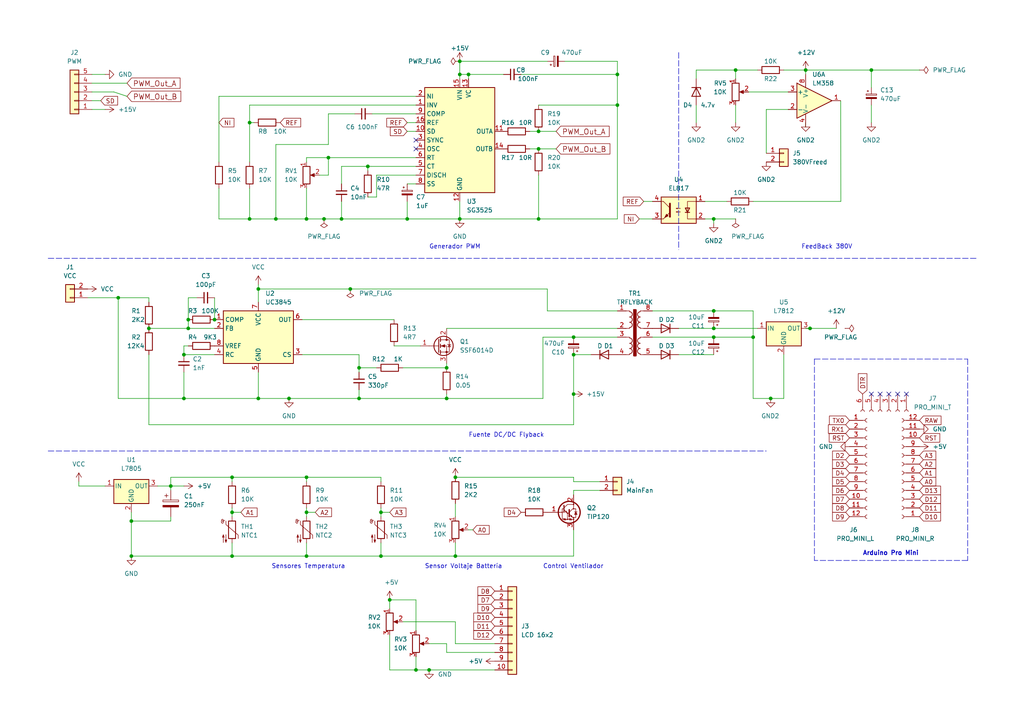
<source format=kicad_sch>
(kicad_sch (version 20211123) (generator eeschema)
  (paper "A4")
  (junction (at 156.21 63.5))
  (junction (at 53.34 115.57))
  (junction (at 104.14 106.68))
  (junction (at 133.35 63.5))
  (junction (at 135.89 21.59))
  (junction (at 110.49 161.29))
  (junction (at 67.31 161.29))
  (junction (at 72.39 63.5))
  (junction (at 88.9 63.5))
  (junction (at 156.21 38.1))
  (junction (at 124.46 194.31))
  (junction (at 110.49 148.59))
  (junction (at 88.9 138.43))
  (junction (at 72.39 35.56))
  (junction (at 54.61 92.71))
  (junction (at 38.1 161.29))
  (junction (at 207.01 97.79))
  (junction (at 132.08 161.29))
  (junction (at 49.53 140.97))
  (junction (at 129.54 115.57))
  (junction (at 156.21 43.18))
  (junction (at 118.11 63.5))
  (junction (at 80.01 63.5))
  (junction (at 101.6 83.82))
  (junction (at 179.07 21.59))
  (junction (at 104.14 115.57))
  (junction (at 207.01 95.25))
  (junction (at 233.68 20.32))
  (junction (at 166.37 114.3))
  (junction (at 207.01 63.5))
  (junction (at 88.9 148.59))
  (junction (at 129.54 106.68))
  (junction (at 67.31 148.59))
  (junction (at 38.1 151.13))
  (junction (at 54.61 95.25))
  (junction (at 43.18 95.25))
  (junction (at 106.68 48.26))
  (junction (at 74.93 83.82))
  (junction (at 83.82 115.57))
  (junction (at 166.37 102.87))
  (junction (at 252.73 20.32))
  (junction (at 179.07 30.48))
  (junction (at 62.23 92.71))
  (junction (at 133.35 17.78))
  (junction (at 88.9 161.29))
  (junction (at 74.93 115.57))
  (junction (at 132.08 138.43))
  (junction (at 166.37 97.79))
  (junction (at 113.03 173.99))
  (junction (at 95.25 45.72))
  (junction (at 213.36 20.32))
  (junction (at 53.34 102.87))
  (junction (at 67.31 138.43))
  (junction (at 133.35 21.59))
  (junction (at 99.06 63.5))
  (junction (at 223.52 115.57))
  (junction (at 234.95 95.25))
  (junction (at 120.65 194.31))
  (junction (at 218.44 97.79))
  (junction (at 93.98 63.5))
  (junction (at 207.01 90.17))
  (junction (at 34.29 86.36))
  (no_connect (at 257.81 114.3))
  (no_connect (at 252.73 114.3))
  (no_connect (at 262.89 114.3))
  (no_connect (at 120.65 43.18))
  (no_connect (at 255.27 114.3))
  (no_connect (at 120.65 40.64))
  (no_connect (at 260.35 114.3))
  (wire (pts (xy 109.22 50.8) (xy 109.22 57.15)))
  (wire (pts (xy 26.67 21.59) (xy 30.48 21.59)))
  (wire (pts (xy 43.18 95.25) (xy 54.61 95.25)))
  (wire (pts (xy 204.47 63.5) (xy 207.01 63.5)))
  (wire (pts (xy 118.11 53.34) (xy 120.65 53.34)))
  (wire (pts (xy 38.1 151.13) (xy 49.53 151.13)))
  (wire (pts (xy 54.61 86.36) (xy 57.15 86.36)))
  (wire (pts (xy 88.9 148.59) (xy 88.9 149.86)))
  (wire (pts (xy 222.25 31.75) (xy 222.25 44.45)))
  (wire (pts (xy 158.75 90.17) (xy 179.07 90.17)))
  (wire (pts (xy 63.5 63.5) (xy 72.39 63.5)))
  (wire (pts (xy 243.8838 58.42) (xy 218.44 58.42)))
  (wire (pts (xy 156.21 50.8) (xy 156.21 63.5)))
  (wire (pts (xy 54.61 95.25) (xy 62.23 95.25)))
  (wire (pts (xy 49.53 138.43) (xy 49.53 140.97)))
  (wire (pts (xy 166.37 153.67) (xy 166.37 161.29)))
  (wire (pts (xy 166.37 102.87) (xy 171.45 102.87)))
  (wire (pts (xy 87.63 92.71) (xy 114.3 92.71)))
  (wire (pts (xy 88.9 45.72) (xy 95.25 45.72)))
  (wire (pts (xy 88.9 157.48) (xy 88.9 161.29)))
  (wire (pts (xy 95.25 50.8) (xy 92.71 50.8)))
  (wire (pts (xy 74.93 107.95) (xy 74.93 115.57)))
  (wire (pts (xy 204.47 58.42) (xy 210.82 58.42)))
  (wire (pts (xy 54.61 92.71) (xy 54.61 95.25)))
  (wire (pts (xy 120.65 194.31) (xy 124.46 194.31)))
  (wire (pts (xy 129.54 186.69) (xy 124.46 186.69)))
  (wire (pts (xy 121.92 100.33) (xy 114.3 100.33)))
  (polyline (pts (xy 280.67 104.14) (xy 280.67 162.56)))
  (polyline (pts (xy 196.85 15.24) (xy 196.85 72.39)))
  (polyline (pts (xy 236.22 104.14) (xy 236.22 162.56)))
  (wire (pts (xy 74.93 83.82) (xy 74.93 87.63)))
  (wire (pts (xy 118.11 63.5) (xy 118.11 58.42)))
  (wire (pts (xy 34.29 86.36) (xy 43.18 86.36)))
  (wire (pts (xy 207.01 102.87) (xy 196.85 102.87)))
  (wire (pts (xy 118.11 35.56) (xy 120.65 35.56)))
  (wire (pts (xy 104.14 102.87) (xy 104.14 106.68)))
  (wire (pts (xy 99.06 63.5) (xy 93.98 63.5)))
  (wire (pts (xy 156.21 43.18) (xy 153.67 43.18)))
  (wire (pts (xy 129.54 95.25) (xy 179.07 95.25)))
  (wire (pts (xy 233.68 35.56) (xy 233.68 36.83)))
  (wire (pts (xy 157.48 115.57) (xy 157.48 97.79)))
  (wire (pts (xy 72.39 54.61) (xy 72.39 63.5)))
  (wire (pts (xy 227.33 115.57) (xy 227.33 102.87)))
  (wire (pts (xy 49.53 142.24) (xy 49.53 140.97)))
  (wire (pts (xy 133.35 63.5) (xy 156.21 63.5)))
  (wire (pts (xy 53.34 140.97) (xy 49.53 140.97)))
  (wire (pts (xy 223.52 115.57) (xy 227.33 115.57)))
  (wire (pts (xy 233.68 95.25) (xy 234.95 95.25)))
  (wire (pts (xy 113.03 194.31) (xy 120.65 194.31)))
  (wire (pts (xy 67.31 148.59) (xy 69.85 148.59)))
  (wire (pts (xy 106.68 48.26) (xy 106.68 49.53)))
  (wire (pts (xy 83.82 115.57) (xy 104.14 115.57)))
  (wire (pts (xy 49.53 140.97) (xy 45.72 140.97)))
  (wire (pts (xy 109.22 50.8) (xy 120.65 50.8)))
  (wire (pts (xy 110.49 157.48) (xy 110.49 161.29)))
  (wire (pts (xy 166.37 114.3) (xy 166.37 123.19)))
  (wire (pts (xy 133.35 58.42) (xy 133.35 63.5)))
  (wire (pts (xy 72.39 63.5) (xy 80.01 63.5)))
  (wire (pts (xy 252.73 20.32) (xy 252.73 25.4)))
  (wire (pts (xy 53.34 115.57) (xy 74.93 115.57)))
  (wire (pts (xy 129.54 105.41) (xy 129.54 106.68)))
  (wire (pts (xy 166.37 102.87) (xy 166.37 114.3)))
  (wire (pts (xy 34.29 115.57) (xy 53.34 115.57)))
  (wire (pts (xy 88.9 138.43) (xy 88.9 139.7)))
  (wire (pts (xy 36.83 24.13) (xy 26.67 24.13)))
  (wire (pts (xy 120.65 182.88) (xy 120.65 173.99)))
  (wire (pts (xy 120.65 190.5) (xy 120.65 194.31)))
  (wire (pts (xy 109.22 57.15) (xy 106.68 57.15)))
  (wire (pts (xy 252.73 30.48) (xy 252.73 35.56)))
  (wire (pts (xy 133.35 21.59) (xy 135.89 21.59)))
  (wire (pts (xy 179.07 17.78) (xy 179.07 21.59)))
  (wire (pts (xy 218.44 90.17) (xy 207.01 90.17)))
  (wire (pts (xy 101.6 83.82) (xy 158.75 83.82)))
  (wire (pts (xy 120.65 48.26) (xy 106.68 48.26)))
  (wire (pts (xy 185.42 63.5) (xy 189.23 63.5)))
  (wire (pts (xy 132.08 161.29) (xy 166.37 161.29)))
  (wire (pts (xy 80.01 41.91) (xy 80.01 63.5)))
  (wire (pts (xy 88.9 45.72) (xy 88.9 46.99)))
  (wire (pts (xy 88.9 148.59) (xy 91.44 148.59)))
  (wire (pts (xy 118.11 63.5) (xy 133.35 63.5)))
  (wire (pts (xy 99.06 63.5) (xy 99.06 58.42)))
  (wire (pts (xy 129.54 115.57) (xy 157.48 115.57)))
  (wire (pts (xy 161.29 38.1) (xy 156.21 38.1)))
  (wire (pts (xy 158.75 90.17) (xy 158.75 83.82)))
  (wire (pts (xy 157.48 97.79) (xy 166.37 97.79)))
  (wire (pts (xy 179.07 30.48) (xy 179.07 63.5)))
  (wire (pts (xy 189.23 97.79) (xy 207.01 97.79)))
  (wire (pts (xy 63.5 27.94) (xy 63.5 46.99)))
  (wire (pts (xy 88.9 161.29) (xy 110.49 161.29)))
  (wire (pts (xy 72.39 30.48) (xy 72.39 35.56)))
  (wire (pts (xy 179.07 21.59) (xy 179.07 30.48)))
  (wire (pts (xy 143.51 189.23) (xy 129.54 189.23)))
  (wire (pts (xy 218.44 115.57) (xy 223.52 115.57)))
  (wire (pts (xy 95.25 33.02) (xy 95.25 41.91)))
  (wire (pts (xy 62.23 86.36) (xy 62.23 92.71)))
  (wire (pts (xy 113.03 173.99) (xy 113.03 176.53)))
  (wire (pts (xy 110.49 148.59) (xy 110.49 149.86)))
  (wire (pts (xy 99.06 63.5) (xy 118.11 63.5)))
  (polyline (pts (xy 280.67 162.56) (xy 236.22 162.56)))
  (wire (pts (xy 118.11 38.1) (xy 120.65 38.1)))
  (wire (pts (xy 116.84 106.68) (xy 129.54 106.68)))
  (wire (pts (xy 62.23 102.87) (xy 53.34 102.87)))
  (wire (pts (xy 104.14 113.03) (xy 104.14 115.57)))
  (wire (pts (xy 233.68 20.32) (xy 233.68 21.59)))
  (wire (pts (xy 163.83 17.78) (xy 179.07 17.78)))
  (wire (pts (xy 67.31 147.32) (xy 67.31 148.59)))
  (wire (pts (xy 49.53 149.86) (xy 49.53 151.13)))
  (wire (pts (xy 93.98 63.5) (xy 88.9 63.5)))
  (wire (pts (xy 233.68 20.32) (xy 252.73 20.32)))
  (wire (pts (xy 110.49 148.59) (xy 113.03 148.59)))
  (wire (pts (xy 166.37 139.7) (xy 173.99 139.7)))
  (wire (pts (xy 74.93 115.57) (xy 83.82 115.57)))
  (wire (pts (xy 201.93 20.32) (xy 213.36 20.32)))
  (wire (pts (xy 74.93 82.55) (xy 74.93 83.82)))
  (wire (pts (xy 110.49 138.43) (xy 110.49 139.7)))
  (wire (pts (xy 218.44 115.57) (xy 218.44 97.79)))
  (wire (pts (xy 132.08 138.43) (xy 166.37 138.43)))
  (wire (pts (xy 54.61 86.36) (xy 54.61 92.71)))
  (wire (pts (xy 72.39 30.48) (xy 120.65 30.48)))
  (wire (pts (xy 213.36 35.56) (xy 213.36 30.48)))
  (wire (pts (xy 146.05 21.59) (xy 135.89 21.59)))
  (wire (pts (xy 43.18 123.19) (xy 166.37 123.19)))
  (wire (pts (xy 53.34 107.95) (xy 53.34 115.57)))
  (wire (pts (xy 207.01 95.25) (xy 219.71 95.25)))
  (wire (pts (xy 129.54 189.23) (xy 129.54 186.69)))
  (wire (pts (xy 201.93 22.86) (xy 201.93 20.32)))
  (wire (pts (xy 234.95 95.25) (xy 242.57 95.25)))
  (wire (pts (xy 99.06 48.26) (xy 106.68 48.26)))
  (wire (pts (xy 151.13 21.59) (xy 179.07 21.59)))
  (wire (pts (xy 88.9 63.5) (xy 88.9 54.61)))
  (wire (pts (xy 54.61 100.33) (xy 53.34 100.33)))
  (wire (pts (xy 133.35 21.59) (xy 133.35 22.86)))
  (wire (pts (xy 22.86 139.7) (xy 22.86 140.97)))
  (wire (pts (xy 88.9 138.43) (xy 67.31 138.43)))
  (wire (pts (xy 213.36 20.32) (xy 213.36 22.86)))
  (wire (pts (xy 104.14 106.68) (xy 104.14 107.95)))
  (wire (pts (xy 252.73 20.32) (xy 266.7 20.32)))
  (wire (pts (xy 67.31 157.48) (xy 67.31 161.29)))
  (wire (pts (xy 110.49 161.29) (xy 132.08 161.29)))
  (wire (pts (xy 201.93 30.48) (xy 201.93 35.56)))
  (wire (pts (xy 67.31 138.43) (xy 67.31 139.7)))
  (wire (pts (xy 124.46 194.31) (xy 143.51 194.31)))
  (wire (pts (xy 104.14 115.57) (xy 129.54 115.57)))
  (wire (pts (xy 74.93 83.82) (xy 101.6 83.82)))
  (wire (pts (xy 88.9 147.32) (xy 88.9 148.59)))
  (wire (pts (xy 207.01 97.79) (xy 218.44 97.79)))
  (wire (pts (xy 87.63 102.87) (xy 104.14 102.87)))
  (wire (pts (xy 166.37 97.79) (xy 179.07 97.79)))
  (wire (pts (xy 29.21 29.21) (xy 26.67 29.21)))
  (wire (pts (xy 132.08 180.34) (xy 116.84 180.34)))
  (wire (pts (xy 129.54 114.3) (xy 129.54 115.57)))
  (wire (pts (xy 120.65 173.99) (xy 113.03 173.99)))
  (polyline (pts (xy 13.97 74.93) (xy 283.21 74.93)))
  (wire (pts (xy 22.86 140.97) (xy 30.48 140.97)))
  (wire (pts (xy 207.01 63.5) (xy 207.01 64.77)))
  (wire (pts (xy 36.83 27.94) (xy 33.02 26.67)))
  (wire (pts (xy 132.08 157.48) (xy 132.08 161.29)))
  (wire (pts (xy 34.29 86.36) (xy 34.29 115.57)))
  (wire (pts (xy 186.69 58.42) (xy 189.23 58.42)))
  (wire (pts (xy 133.35 17.78) (xy 158.75 17.78)))
  (wire (pts (xy 43.18 87.63) (xy 43.18 86.36)))
  (wire (pts (xy 189.23 90.17) (xy 207.01 90.17)))
  (wire (pts (xy 38.1 151.13) (xy 38.1 161.29)))
  (wire (pts (xy 179.07 63.5) (xy 156.21 63.5)))
  (wire (pts (xy 173.99 142.24) (xy 166.37 142.24)))
  (wire (pts (xy 110.49 138.43) (xy 88.9 138.43)))
  (wire (pts (xy 132.08 186.69) (xy 132.08 180.34)))
  (wire (pts (xy 67.31 138.43) (xy 49.53 138.43)))
  (wire (pts (xy 228.6 31.75) (xy 222.25 31.75)))
  (wire (pts (xy 196.85 95.25) (xy 207.01 95.25)))
  (wire (pts (xy 135.89 21.59) (xy 135.89 22.86)))
  (wire (pts (xy 135.89 153.67) (xy 137.16 153.67)))
  (wire (pts (xy 218.44 97.79) (xy 218.44 90.17)))
  (wire (pts (xy 53.34 100.33) (xy 53.34 102.87)))
  (polyline (pts (xy 236.22 104.14) (xy 280.67 104.14)))
  (wire (pts (xy 104.14 106.68) (xy 109.22 106.68)))
  (wire (pts (xy 95.25 45.72) (xy 120.65 45.72)))
  (wire (pts (xy 95.25 45.72) (xy 95.25 50.8)))
  (wire (pts (xy 107.95 33.02) (xy 120.65 33.02)))
  (wire (pts (xy 243.84 29.21) (xy 243.8838 58.42)))
  (wire (pts (xy 95.25 41.91) (xy 80.01 41.91)))
  (wire (pts (xy 80.01 63.5) (xy 88.9 63.5)))
  (wire (pts (xy 113.03 184.15) (xy 113.03 194.31)))
  (wire (pts (xy 67.31 161.29) (xy 88.9 161.29)))
  (wire (pts (xy 33.02 26.67) (xy 26.67 26.67)))
  (wire (pts (xy 132.08 149.86) (xy 132.08 146.05)))
  (wire (pts (xy 43.18 102.87) (xy 43.18 123.19)))
  (wire (pts (xy 25.4 86.36) (xy 34.29 86.36)))
  (wire (pts (xy 227.33 20.32) (xy 233.68 20.32)))
  (wire (pts (xy 120.65 27.94) (xy 63.5 27.94)))
  (wire (pts (xy 161.29 43.18) (xy 156.21 43.18)))
  (polyline (pts (xy 13.97 130.81) (xy 222.25 130.81)))
  (wire (pts (xy 63.5 54.61) (xy 63.5 63.5)))
  (wire (pts (xy 217.17 26.67) (xy 228.6 26.67)))
  (wire (pts (xy 72.39 35.56) (xy 73.66 35.56)))
  (wire (pts (xy 26.67 31.75) (xy 30.48 31.75)))
  (wire (pts (xy 156.21 38.1) (xy 153.67 38.1)))
  (wire (pts (xy 38.1 148.59) (xy 38.1 151.13)))
  (wire (pts (xy 102.87 33.02) (xy 95.25 33.02)))
  (wire (pts (xy 133.35 17.78) (xy 133.35 21.59)))
  (wire (pts (xy 213.36 63.5) (xy 207.01 63.5)))
  (wire (pts (xy 72.39 35.56) (xy 72.39 46.99)))
  (wire (pts (xy 110.49 147.32) (xy 110.49 148.59)))
  (wire (pts (xy 166.37 138.43) (xy 166.37 139.7)))
  (wire (pts (xy 213.36 20.32) (xy 219.71 20.32)))
  (wire (pts (xy 99.06 53.34) (xy 99.06 48.26)))
  (wire (pts (xy 156.21 30.48) (xy 179.07 30.48)))
  (wire (pts (xy 166.37 142.24) (xy 166.37 143.51)))
  (wire (pts (xy 67.31 148.59) (xy 67.31 149.86)))
  (wire (pts (xy 38.1 161.29) (xy 67.31 161.29)))
  (wire (pts (xy 143.51 186.69) (xy 132.08 186.69)))
  (text "FeedBack 380V" (at 232.41 72.39 0) (effects (font (size 1.27 1.27)) (justify left bottom)))
  (text "Sensores Temperatura" (at 78.74 165.1 0) (effects (font (size 1.27 1.27)) (justify left bottom)))
  (text "Generador PWM" (at 124.46 72.39 0) (effects (font (size 1.27 1.27)) (justify left bottom)))
  (text "Arduino Pro Mini" (at 250.19 161.29 0) (effects (font (size 1.27 1.27) (thickness 0.254) bold) (justify left bottom)))
  (text "Control Ventilador" (at 157.48 165.1 0) (effects (font (size 1.27 1.27)) (justify left bottom)))
  (text "Sensor Voltaje Battería" (at 123.19 165.1 0) (effects (font (size 1.27 1.27)) (justify left bottom)))
  (text "Fuente DC/DC Flyback" (at 135.89 127 0) (effects (font (size 1.27 1.27)) (justify left bottom)))
  (global_label "RX1" (shape input) (at 246.38 124.46 180) (property "Referencias entre hojas" "${INTERSHEET_REFS}" (effects hide)))
  (global_label "D10" (shape input) (at 266.7 149.86 0) (property "Referencias entre hojas" "${INTERSHEET_REFS}" (effects hide)))
  (global_label "A1" (shape input) (at 266.7 137.16 0) (property "Referencias entre hojas" "${INTERSHEET_REFS}" (effects hide)))
  (global_label "D11" (shape input) (at 143.51 181.61 180) (property "Referencias entre hojas" "${INTERSHEET_REFS}" (effects hide)))
  (global_label "NI" (shape input) (at 63.5 35.56 0) (property "Referencias entre hojas" "${INTERSHEET_REFS}" (effects hide)))
  (global_label "A0" (shape input) (at 266.7 139.7 0) (property "Referencias entre hojas" "${INTERSHEET_REFS}" (effects hide)))
  (global_label "D9" (shape input) (at 143.51 176.53 180) (property "Referencias entre hojas" "${INTERSHEET_REFS}" (effects hide)))
  (global_label "REF" (shape input) (at 186.69 58.42 180) (property "Intersheet References" "${INTERSHEET_REFS}" (effects hide)))
  (global_label "D9" (shape input) (at 246.38 149.86 180) (property "Referencias entre hojas" "${INTERSHEET_REFS}" (effects hide)))
  (global_label "A0" (shape input) (at 137.16 153.67 0) (property "Referencias entre hojas" "${INTERSHEET_REFS}" (effects hide)))
  (global_label "D12" (shape input) (at 266.7 144.78 0) (property "Referencias entre hojas" "${INTERSHEET_REFS}" (effects hide)))
  (global_label "REF" (shape input) (at 81.28 35.56 0) (property "Intersheet References" "${INTERSHEET_REFS}" (effects hide)))
  (global_label "RST" (shape input) (at 246.38 127 180) (property "Referencias entre hojas" "${INTERSHEET_REFS}" (effects hide)))
  (global_label "NI" (shape input) (at 185.42 63.5 180) (property "Referencias entre hojas" "${INTERSHEET_REFS}" (effects hide)))
  (global_label "D8" (shape input) (at 246.38 147.32 180) (property "Referencias entre hojas" "${INTERSHEET_REFS}" (effects hide)))
  (global_label "D3" (shape input) (at 246.38 134.62 180) (property "Referencias entre hojas" "${INTERSHEET_REFS}" (effects hide)))
  (global_label "A3" (shape input) (at 266.7 132.08 0) (property "Referencias entre hojas" "${INTERSHEET_REFS}" (effects hide)))
  (global_label "SD" (shape input) (at 29.21 29.21 0) (property "Referencias entre hojas" "${INTERSHEET_REFS}" (effects hide)))
  (global_label "PWM_Out_B" (shape input) (at 161.29 43.18 0) (effects (font (size 1.524 1.524))) (property "Referencias entre hojas" "${INTERSHEET_REFS}" (effects hide)))
  (global_label "D4" (shape input) (at 246.38 137.16 180) (property "Referencias entre hojas" "${INTERSHEET_REFS}" (effects hide)))
  (global_label "A2" (shape input) (at 91.44 148.59 0) (property "Referencias entre hojas" "${INTERSHEET_REFS}" (effects hide)))
  (global_label "D12" (shape input) (at 143.51 184.15 180) (property "Referencias entre hojas" "${INTERSHEET_REFS}" (effects hide)))
  (global_label "D6" (shape input) (at 246.38 142.24 180) (property "Referencias entre hojas" "${INTERSHEET_REFS}" (effects hide)))
  (global_label "A2" (shape input) (at 266.7 134.62 0) (property "Referencias entre hojas" "${INTERSHEET_REFS}" (effects hide)))
  (global_label "D11" (shape input) (at 266.7 147.32 0) (property "Referencias entre hojas" "${INTERSHEET_REFS}" (effects hide)))
  (global_label "PWM_Out_B" (shape input) (at 36.83 27.94 0) (effects (font (size 1.524 1.524))) (property "Referencias entre hojas" "${INTERSHEET_REFS}" (effects hide)))
  (global_label "D10" (shape input) (at 143.51 179.07 180) (property "Referencias entre hojas" "${INTERSHEET_REFS}" (effects hide)))
  (global_label "SD" (shape input) (at 118.11 38.1 180) (property "Intersheet References" "${INTERSHEET_REFS}" (effects hide)))
  (global_label "D7" (shape input) (at 246.38 144.78 180) (property "Referencias entre hojas" "${INTERSHEET_REFS}" (effects hide)))
  (global_label "RST" (shape input) (at 266.7 127 0) (property "Referencias entre hojas" "${INTERSHEET_REFS}" (effects hide)))
  (global_label "D5" (shape input) (at 246.38 139.7 180) (property "Referencias entre hojas" "${INTERSHEET_REFS}" (effects hide)))
  (global_label "D7" (shape input) (at 143.51 173.99 180) (property "Referencias entre hojas" "${INTERSHEET_REFS}" (effects hide)))
  (global_label "D8" (shape input) (at 143.51 171.45 180) (property "Referencias entre hojas" "${INTERSHEET_REFS}" (effects hide)))
  (global_label "D4" (shape input) (at 151.13 148.59 180) (property "Referencias entre hojas" "${INTERSHEET_REFS}" (effects hide)))
  (global_label "A1" (shape input) (at 69.85 148.59 0) (property "Referencias entre hojas" "${INTERSHEET_REFS}" (effects hide)))
  (global_label "TX0" (shape input) (at 246.38 121.92 180) (property "Referencias entre hojas" "${INTERSHEET_REFS}" (effects hide)))
  (global_label "D2" (shape input) (at 246.38 132.08 180) (property "Referencias entre hojas" "${INTERSHEET_REFS}" (effects hide)))
  (global_label "A3" (shape input) (at 113.03 148.59 0) (property "Referencias entre hojas" "${INTERSHEET_REFS}" (effects hide)))
  (global_label "D13" (shape input) (at 266.7 142.24 0) (property "Referencias entre hojas" "${INTERSHEET_REFS}" (effects hide)))
  (global_label "PWM_Out_A" (shape input) (at 36.83 24.13 0) (effects (font (size 1.524 1.524))) (property "Intersheet References" "${INTERSHEET_REFS}" (effects hide)))
  (global_label "DTR" (shape input) (at 250.19 114.3 90) (property "Referencias entre hojas" "${INTERSHEET_REFS}" (effects hide)))
  (global_label "REF" (shape input) (at 118.11 35.56 180) (property "Intersheet References" "${INTERSHEET_REFS}" (effects hide)))
  (global_label "PWM_Out_A" (shape input) (at 161.29 38.1 0) (effects (font (size 1.524 1.524))) (property "Referencias entre hojas" "${INTERSHEET_REFS}" (effects hide)))
  (global_label "RAW" (shape input) (at 266.7 121.92 0) (property "Referencias entre hojas" "${INTERSHEET_REFS}" (effects hide)))
  (symbol (lib_id "power:PWR_FLAG") (at 245.11 95.25 270) (unit 1)
    (property "Reference" "#FLG05" (effects hide))
    (property "Value" "PWR_FLAG" (at 243.84 97.79 90))
  )
  (symbol (lib_id "power:PWR_FLAG") (at 213.36 63.5 180) (unit 1)
    (property "Reference" "#FLG04" (effects hide))
    (property "Value" "PWR_FLAG" (at 212.09 68.58 0) (effects (justify right)))
  )
  (symbol (lib_id "Device:D_Zener") (at 201.93 26.67 270) (unit 1)
    (property "Reference" "D4" (at 198.12 30.48 90) (effects (justify left)))
    (property "Value" "4.7v" (at 203.2 30.48 90) (effects (justify left)))
    (property "Footprint" "Diode_THT:D_A-405_P7.62mm_Horizontal" (effects hide))
  )
  (symbol (lib_id "Device:R") (at 154.94 148.59 270) (unit 1)
    (property "Reference" "R18" (at 154.94 142.24 90))
    (property "Value" "10K" (at 154.94 144.78 90))
    (property "Footprint" "Resistor_THT:R_Axial_DIN0207_L6.3mm_D2.5mm_P7.62mm_Horizontal" (effects hide))
  )
  (symbol (lib_id "power:+5V") (at 266.7 129.54 270) (unit 1)
    (property "Reference" "#PWR0101" (effects hide))
    (property "Value" "+5V" (at 270.51 129.5399 90) (effects (justify left)))
  )
  (symbol (lib_id "power:+12V") (at 242.57 95.25 0) (unit 1)
    (property "Reference" "#PWR023" (effects hide))
    (property "Value" "+12V" (at 242.57 90.17 0))
  )
  (symbol (lib_id "power:VCC") (at 132.08 138.43 0) (unit 1)
    (property "Reference" "#PWR011" (effects hide))
    (property "Value" "VCC" (at 132.08 133.35 0))
  )
  (symbol (lib_id "power:GND2") (at 213.36 35.56 0) (unit 1)
    (property "Reference" "#PWR018" (effects hide))
    (property "Value" "GND2" (at 213.36 40.64 0))
  )
  (symbol (lib_id "Device:R") (at 106.68 53.34 180) (unit 1)
    (property "Reference" "R10" (at 109.22 52.0699 0) (effects (justify right)))
    (property "Value" "47R" (at 109.22 54.6099 0) (effects (justify right)))
    (property "Footprint" "Resistor_THT:R_Axial_DIN0207_L6.3mm_D2.5mm_P7.62mm_Horizontal" (effects hide))
  )
  (symbol (lib_id "power:+15V") (at 166.37 114.3 270) (unit 1)
    (property "Reference" "#PWR015" (effects hide))
    (property "Value" "+15V" (at 172.72 114.3 90))
  )
  (symbol (lib_id "Amplifier_Operational:LM358") (at 236.22 29.21 0) (unit 1)
    (property "Reference" "U6" (at 237.49 21.59 0))
    (property "Value" "LM358" (at 238.76 24.13 0))
    (property "Footprint" "Package_DIP:DIP-8_W7.62mm" (effects hide))
    (property "Datasheet" "http://www.ti.com/lit/ds/symlink/lm2904-n.pdf" (effects hide))
  )
  (symbol (lib_id "power:+15V") (at 133.35 17.78 0) (unit 1)
    (property "Reference" "#PWR012" (effects hide))
    (property "Value" "+15V" (at 133.35 13.97 0))
  )
  (symbol (lib_id "power:VCC") (at 74.93 82.55 0) (unit 1)
    (property "Reference" "#PWR07" (effects hide))
    (property "Value" "VCC" (at 74.93 77.47 0))
  )
  (symbol (lib_id "Device:R_Potentiometer") (at 213.36 26.67 0) (unit 1)
    (property "Reference" "RV5" (at 210.82 24.13 0) (effects (justify right)))
    (property "Value" "10K" (at 210.82 26.67 0) (effects (justify right)))
    (property "Footprint" "Potentiometer_THT:Potentiometer_Bourns_3296W_Vertical" (effects hide))
  )
  (symbol (lib_id "power:GND") (at 266.7 124.46 90) (unit 1)
    (property "Reference" "#PWR026" (effects hide))
    (property "Value" "GND" (at 270.51 124.4599 90) (effects (justify right)))
  )
  (symbol (lib_id "power:GND") (at 124.46 194.31 0) (mirror y) (unit 1)
    (property "Reference" "#PWR010" (effects hide))
    (property "Value" "GND" (at 127 195.5799 0) (effects (justify right)))
  )
  (symbol (lib_id "Device:D") (at 193.04 95.25 180) (unit 1)
    (property "Reference" "D2" (at 194.31 92.71 0))
    (property "Value" "D" (at 191.77 92.71 0))
    (property "Footprint" "Diode_THT:D_A-405_P7.62mm_Horizontal" (effects hide))
  )
  (symbol (lib_id "Device:R") (at 58.42 92.71 90) (unit 1)
    (property "Reference" "R3" (at 55.88 90.17 90))
    (property "Value" "100K" (at 60.96 90.17 90))
    (property "Footprint" "Resistor_THT:R_Axial_DIN0207_L6.3mm_D2.5mm_P7.62mm_Horizontal" (effects hide))
  )
  (symbol (lib_id "Device:R") (at 214.63 58.42 90) (unit 1)
    (property "Reference" "R21" (at 214.63 60.96 90))
    (property "Value" "10K" (at 214.63 55.88 90))
    (property "Footprint" "Resistor_THT:R_Axial_DIN0207_L6.3mm_D2.5mm_P7.62mm_Horizontal" (effects hide))
  )
  (symbol (lib_id "power:VCC") (at 22.86 139.7 0) (unit 1)
    (property "Reference" "#PWR01" (effects hide))
    (property "Value" "VCC" (at 22.86 134.62 0))
  )
  (symbol (lib_id "Amplifier_Operational:LM358") (at 236.22 29.21 0) (unit 3)
    (property "Reference" "U6" (effects hide))
    (property "Value" "LM358" (effects hide))
    (property "Footprint" "Package_DIP:DIP-8_W7.62mm" (effects hide))
    (property "Datasheet" "http://www.ti.com/lit/ds/symlink/lm2904-n.pdf" (effects hide))
  )
  (symbol (lib_id "power:GND") (at 30.48 21.59 90) (unit 1)
    (property "Reference" "#PWR03" (effects hide))
    (property "Value" "GND" (at 34.29 21.5899 90) (effects (justify right)))
  )
  (symbol (lib_id "Device:C_Polarized_Small") (at 207.01 92.71 180) (unit 1)
    (property "Reference" "C11" (at 204.47 94.5262 0) (effects (justify left)))
    (property "Value" "10uF" (at 204.47 91.9862 0) (effects (justify left)))
    (property "Footprint" "Capacitor_THT:CP_Radial_D5.0mm_P2.50mm" (effects hide))
  )
  (symbol (lib_id "Device:Thermistor_NTC") (at 110.49 153.67 0) (unit 1)
    (property "Reference" "TH3" (at 113.03 152.7174 0) (effects (justify left)))
    (property "Value" "NTC3" (at 113.03 155.2574 0) (effects (justify left)))
    (property "Footprint" "Connector_PinSocket_2.54mm:PinSocket_1x02_P2.54mm_Vertical" (effects hide))
  )
  (symbol (lib_id "Device:R") (at 149.86 43.18 90) (unit 1)
    (property "Reference" "R17" (at 147.32 45.72 90))
    (property "Value" "10R" (at 152.4 45.72 90))
    (property "Footprint" "Resistor_THT:R_Axial_DIN0207_L6.3mm_D2.5mm_P7.62mm_Horizontal" (effects hide))
  )
  (symbol (lib_id "Device:R") (at 67.31 143.51 0) (unit 1)
    (property "Reference" "R6" (at 69.85 142.2399 0) (effects (justify left)))
    (property "Value" "10K" (at 69.85 144.7799 0) (effects (justify left)))
    (property "Footprint" "Resistor_THT:R_Axial_DIN0207_L6.3mm_D2.5mm_P7.62mm_Horizontal" (effects hide))
  )
  (symbol (lib_id "Connector:Conn_01x06_Female") (at 257.81 119.38 270) (unit 1)
    (property "Reference" "J7" (at 270.51 115.57 90))
    (property "Value" "PRO_MINI_T" (at 270.51 118.11 90))
    (property "Footprint" "Connector_PinSocket_2.54mm:PinSocket_1x06_P2.54mm_Vertical" (effects hide))
  )
  (symbol (lib_id "Device:C_Polarized_Small") (at 252.73 27.94 0) (unit 1)
    (property "Reference" "C13" (at 255.27 26.1238 0) (effects (justify left)))
    (property "Value" "470uF" (at 255.27 28.6638 0) (effects (justify left)))
    (property "Footprint" "Capacitor_THT:CP_Radial_D4.0mm_P2.00mm" (effects hide))
  )
  (symbol (lib_id "Device:Thermistor_NTC") (at 88.9 153.67 0) (unit 1)
    (property "Reference" "TH2" (at 91.44 152.7174 0) (effects (justify left)))
    (property "Value" "NTC2" (at 91.44 155.2574 0) (effects (justify left)))
    (property "Footprint" "Connector_PinSocket_2.54mm:PinSocket_1x02_P2.54mm_Vertical" (effects hide))
  )
  (symbol (lib_id "Connector_Generic:Conn_01x10") (at 148.59 181.61 0) (unit 1)
    (property "Reference" "J3" (at 151.13 181.6099 0) (effects (justify left)))
    (property "Value" "LCD 16x2" (at 151.13 184.1499 0) (effects (justify left)))
    (property "Footprint" "Connector_PinSocket_2.54mm:PinSocket_1x10_P2.54mm_Vertical" (effects hide))
  )
  (symbol (lib_id "Regulator_Controller:UC3845_DIP8") (at 74.93 97.79 0) (unit 1)
    (property "Reference" "U2" (at 76.9494 85.09 0) (effects (justify left)))
    (property "Value" "UC3845" (at 76.9494 87.63 0) (effects (justify left)))
    (property "Footprint" "Package_DIP:DIP-8_W7.62mm" (effects hide))
    (property "Datasheet" "http://www.ti.com/lit/ds/symlink/uc3842.pdf" (effects hide))
  )
  (symbol (lib_id "Device:R") (at 43.18 91.44 0) (unit 1)
    (property "Reference" "R1" (at 38.1 90.17 0) (effects (justify left)))
    (property "Value" "2K2" (at 38.1 92.71 0) (effects (justify left)))
    (property "Footprint" "Resistor_THT:R_Axial_DIN0207_L6.3mm_D2.5mm_P7.62mm_Horizontal" (effects hide))
  )
  (symbol (lib_id "Device:D") (at 193.04 102.87 180) (unit 1)
    (property "Reference" "D3" (at 194.31 100.33 0))
    (property "Value" "D" (at 191.77 100.33 0))
    (property "Footprint" "Diode_THT:D_A-405_P7.62mm_Horizontal" (effects hide))
  )
  (symbol (lib_id "Device:R") (at 63.5 50.8 0) (unit 1)
    (property "Reference" "R5" (at 66.04 49.5299 0) (effects (justify left)))
    (property "Value" "10K" (at 66.04 52.0699 0) (effects (justify left)))
    (property "Footprint" "Resistor_THT:R_Axial_DIN0207_L6.3mm_D2.5mm_P7.62mm_Horizontal" (effects hide))
  )
  (symbol (lib_id "Device:C_Polarized_Small") (at 166.37 100.33 180) (unit 1)
    (property "Reference" "C10" (at 163.83 102.1462 0) (effects (justify left)))
    (property "Value" "470uF" (at 163.83 99.6062 0) (effects (justify left)))
    (property "Footprint" "Capacitor_THT:CP_Radial_D4.0mm_P2.00mm" (effects hide))
  )
  (symbol (lib_id "power:GND2") (at 207.01 64.77 0) (unit 1)
    (property "Reference" "#PWR017" (effects hide))
    (property "Value" "GND2" (at 207.01 69.85 0))
  )
  (symbol (lib_id "Device:R") (at 149.86 38.1 90) (unit 1)
    (property "Reference" "R16" (at 147.32 35.56 90))
    (property "Value" "10R" (at 152.4 35.56 90))
    (property "Footprint" "Resistor_THT:R_Axial_DIN0207_L6.3mm_D2.5mm_P7.62mm_Horizontal" (effects hide))
  )
  (symbol (lib_id "power:PWR_FLAG") (at 133.35 17.78 90) (unit 1)
    (property "Reference" "#FLG03" (effects hide))
    (property "Value" "PWR_FLAG" (at 123.19 17.78 90))
  )
  (symbol (lib_id "Device:R") (at 77.47 35.56 90) (unit 1)
    (property "Reference" "R8" (at 76.2 38.1 90))
    (property "Value" "10K" (at 81.28 38.1 90))
    (property "Footprint" "Resistor_THT:R_Axial_DIN0207_L6.3mm_D2.5mm_P7.62mm_Horizontal" (effects hide))
  )
  (symbol (lib_id "Device:R") (at 156.21 46.99 0) (unit 1)
    (property "Reference" "R20" (at 158.75 45.7199 0) (effects (justify left)))
    (property "Value" "10K" (at 158.75 48.2599 0) (effects (justify left)))
    (property "Footprint" "Resistor_THT:R_Axial_DIN0207_L6.3mm_D2.5mm_P7.62mm_Horizontal" (effects hide))
  )
  (symbol (lib_id "Device:C_Small") (at 105.41 33.02 90) (unit 1)
    (property "Reference" "C6" (at 101.6 36.83 90))
    (property "Value" "100nF" (at 106.68 36.83 90))
    (property "Footprint" "Capacitor_THT:C_Disc_D4.3mm_W1.9mm_P5.00mm" (effects hide))
  )
  (symbol (lib_id "power:PWR_FLAG") (at 93.98 63.5 180) (unit 1)
    (property "Reference" "#FLG01" (effects hide))
    (property "Value" "PWR_FLAG" (at 93.98 68.58 0))
  )
  (symbol (lib_id "Device:C_Polarized_Small") (at 118.11 55.88 0) (unit 1)
    (property "Reference" "C7" (at 120.65 57.15 0) (effects (justify left)))
    (property "Value" "1uF" (at 120.65 59.69 0) (effects (justify left)))
    (property "Footprint" "Capacitor_THT:CP_Radial_D4.0mm_P2.00mm" (effects hide))
  )
  (symbol (lib_id "Device:C_Small") (at 53.34 105.41 0) (unit 1)
    (property "Reference" "C2" (at 55.88 104.1462 0) (effects (justify left)))
    (property "Value" "1nF" (at 55.88 106.6862 0) (effects (justify left)))
    (property "Footprint" "Capacitor_THT:C_Disc_D4.3mm_W1.9mm_P5.00mm" (effects hide))
  )
  (symbol (lib_id "Device:R") (at 223.52 20.32 90) (unit 1)
    (property "Reference" "R22" (at 223.52 22.86 90))
    (property "Value" "10K" (at 223.52 17.78 90))
    (property "Footprint" "Resistor_THT:R_Axial_DIN0207_L6.3mm_D2.5mm_P10.16mm_Horizontal" (effects hide))
  )
  (symbol (lib_id "Connector_Generic:Conn_01x05") (at 21.59 26.67 180) (unit 1)
    (property "Reference" "J2" (at 21.59 15.24 0))
    (property "Value" "PWM" (at 21.59 17.78 0))
    (property "Footprint" "Connector_PinSocket_2.54mm:PinSocket_1x05_P2.54mm_Vertical" (effects hide))
  )
  (symbol (lib_id "power:GND2") (at 252.73 35.56 0) (unit 1)
    (property "Reference" "#PWR025" (effects hide))
    (property "Value" "GND2" (at 252.73 40.64 0))
  )
  (symbol (lib_id "Device:C_Small") (at 104.14 110.49 0) (unit 1)
    (property "Reference" "C5" (at 106.68 109.2262 0) (effects (justify left)))
    (property "Value" "330pF" (at 106.68 111.7662 0) (effects (justify left)))
    (property "Footprint" "Capacitor_THT:C_Disc_D4.3mm_W1.9mm_P5.00mm" (effects hide))
  )
  (symbol (lib_id "Connector_Generic:Conn_01x02") (at 20.32 86.36 180) (unit 1)
    (property "Reference" "J1" (at 20.32 77.47 0))
    (property "Value" "VCC" (at 20.32 80.01 0))
    (property "Footprint" "Connector_Molex:Molex_KK-254_AE-6410-02A_1x02_P2.54mm_Vertical" (effects hide))
  )
  (symbol (lib_id "Device:R_Potentiometer") (at 132.08 153.67 0) (unit 1)
    (property "Reference" "RV4" (at 129.54 152.3999 0) (effects (justify right)))
    (property "Value" "10K" (at 129.54 154.94 0) (effects (justify right)))
    (property "Footprint" "Potentiometer_THT:Potentiometer_Bourns_3296W_Vertical" (effects hide))
  )
  (symbol (lib_id "Device:R") (at 129.54 110.49 0) (unit 1)
    (property "Reference" "R14" (at 132.08 109.2199 0) (effects (justify left)))
    (property "Value" "0.05" (at 132.08 111.7599 0) (effects (justify left)))
    (property "Footprint" "Resistor_THT:R_Axial_DIN0207_L6.3mm_D2.5mm_P15.24mm_Horizontal" (effects hide))
  )
  (symbol (lib_id "power:+5V") (at 53.34 140.97 270) (unit 1)
    (property "Reference" "#PWR06" (effects hide))
    (property "Value" "+5V" (at 57.15 140.9699 90) (effects (justify left)))
  )
  (symbol (lib_id "Device:R_Potentiometer") (at 120.65 186.69 0) (unit 1)
    (property "Reference" "RV3" (at 118.11 185.4199 0) (effects (justify right)))
    (property "Value" "10K" (at 118.11 187.96 0) (effects (justify right)))
    (property "Footprint" "Potentiometer_THT:Potentiometer_Bourns_3296W_Vertical" (effects hide))
  )
  (symbol (lib_id "Device:R") (at 113.03 106.68 90) (unit 1)
    (property "Reference" "R12" (at 111.76 104.14 90) (effects (justify left)))
    (property "Value" "1K" (at 116.84 104.14 90) (effects (justify left)))
    (property "Footprint" "Resistor_THT:R_Axial_DIN0207_L6.3mm_D2.5mm_P7.62mm_Horizontal" (effects hide))
  )
  (symbol (lib_id "power:+12V") (at 233.68 20.32 0) (unit 1)
    (property "Reference" "#PWR021" (effects hide))
    (property "Value" "+12V" (at 231.14 15.24 0) (effects (justify left)))
  )
  (symbol (lib_id "power:PWR_FLAG") (at 101.6 83.82 180) (unit 1)
    (property "Reference" "#FLG02" (effects hide))
    (property "Value" "PWR_FLAG" (at 104.14 85.0899 0) (effects (justify right)))
  )
  (symbol (lib_id "Connector:Conn_01x12_Female") (at 251.46 134.62 0) (unit 1)
    (property "Reference" "J6" (at 246.38 153.67 0) (effects (justify left)))
    (property "Value" "PRO_MINI_L" (at 242.57 156.21 0) (effects (justify left)))
    (property "Footprint" "Connector_PinSocket_2.54mm:PinSocket_1x12_P2.54mm_Vertical" (effects hide))
  )
  (symbol (lib_id "Device:C_Polarized_Small") (at 207.01 100.33 180) (unit 1)
    (property "Reference" "C12" (at 204.47 102.1462 0) (effects (justify left)))
    (property "Value" "10uF" (at 204.47 99.6062 0) (effects (justify left)))
    (property "Footprint" "Capacitor_THT:CP_Radial_D5.0mm_P2.50mm" (effects hide))
  )
  (symbol (lib_id "power:GND2") (at 201.93 35.56 0) (unit 1)
    (property "Reference" "#PWR016" (effects hide))
    (property "Value" "GND2" (at 201.93 40.64 0))
  )
  (symbol (lib_id "Device:R") (at 110.49 143.51 0) (unit 1)
    (property "Reference" "R11" (at 113.03 142.2399 0) (effects (justify left)))
    (property "Value" "10K" (at 113.03 144.7799 0) (effects (justify left)))
    (property "Footprint" "Resistor_THT:R_Axial_DIN0207_L6.3mm_D2.5mm_P7.62mm_Horizontal" (effects hide))
  )
  (symbol (lib_id "Connector_Generic:Conn_01x02") (at 227.33 44.45 0) (unit 1)
    (property "Reference" "J5" (at 229.87 44.4499 0) (effects (justify left)))
    (property "Value" "380VFreed" (at 229.87 46.9899 0) (effects (justify left)))
    (property "Footprint" "Connector_PinSocket_2.54mm:PinSocket_1x02_P2.54mm_Vertical" (effects hide))
  )
  (symbol (lib_id "power:+5V") (at 143.51 191.77 90) (unit 1)
    (property "Reference" "#PWR014" (effects hide))
    (property "Value" "+5V" (at 135.89 191.77 90) (effects (justify right)))
  )
  (symbol (lib_id "Device:C_Polarized_Small") (at 161.29 17.78 90) (unit 1)
    (property "Reference" "C9" (at 159.4738 15.24 90) (effects (justify left)))
    (property "Value" "470uF" (at 168.91 15.24 90) (effects (justify left)))
    (property "Footprint" "Capacitor_THT:CP_Radial_D4.0mm_P2.00mm" (effects hide))
  )
  (symbol (lib_id "Transistor_BJT:TIP120") (at 163.83 148.59 0) (unit 1)
    (property "Reference" "Q2" (at 170.18 147.3199 0) (effects (justify left)))
    (property "Value" "TIP120" (at 170.18 149.8599 0) (effects (justify left)))
    (property "Footprint" "Package_TO_SOT_THT:TO-220-3_Vertical" (effects hide))
    (property "Datasheet" "https://www.onsemi.com/pub/Collateral/TIP120-D.PDF" (effects hide))
  )
  (symbol (lib_id "Device:R_Potentiometer") (at 88.9 50.8 0) (unit 1)
    (property "Reference" "RV1" (at 86.36 49.5299 0) (effects (justify right)))
    (property "Value" "10K" (at 86.36 52.07 0) (effects (justify right)))
    (property "Footprint" "Potentiometer_THT:Potentiometer_Bourns_3296W_Vertical" (effects hide))
  )
  (symbol (lib_id "Regulator_Controller:SG3525") (at 133.35 40.64 0) (unit 1)
    (property "Reference" "U3" (at 135.3694 58.42 0) (effects (justify left)))
    (property "Value" "SG3525" (at 135.3694 60.96 0) (effects (justify left)))
    (property "Footprint" "Package_DIP:DIP-16_W7.62mm" (effects hide))
    (property "Datasheet" "www.st.com/resource/en/datasheet/sg3525.pdf" (effects hide))
  )
  (symbol (lib_id "Transistor_FET:QM6006D") (at 127 100.33 0) (unit 1)
    (property "Reference" "Q1" (at 133.35 99.0599 0) (effects (justify left)))
    (property "Value" "SSF6014D" (at 133.35 101.5999 0) (effects (justify left)))
    (property "Footprint" "Package_TO_SOT_SMD:TO-252-3_TabPin2" (effects hide))
    (property "Datasheet" "http://www.jaolen.com/images/pdf/QM6006D.pdf" (effects hide))
  )
  (symbol (lib_id "Device:R") (at 156.21 34.29 0) (unit 1)
    (property "Reference" "R19" (at 158.75 33.0199 0) (effects (justify left)))
    (property "Value" "10K" (at 158.75 35.5599 0) (effects (justify left)))
    (property "Footprint" "Resistor_THT:R_Axial_DIN0207_L6.3mm_D2.5mm_P7.62mm_Horizontal" (effects hide))
  )
  (symbol (lib_id "power:GND2") (at 222.25 46.99 0) (unit 1)
    (property "Reference" "#PWR019" (effects hide))
    (property "Value" "GND2" (at 222.25 52.07 0))
  )
  (symbol (lib_id "power:+5V") (at 113.03 173.99 0) (unit 1)
    (property "Reference" "#PWR09" (effects hide))
    (property "Value" "+5V" (at 115.57 168.91 0) (effects (justify right)))
  )
  (symbol (lib_id "Device:C_Polarized") (at 49.53 146.05 0) (unit 1)
    (property "Reference" "C1" (at 53.34 143.8909 0) (effects (justify left)))
    (property "Value" "250nF" (at 53.34 146.4309 0) (effects (justify left)))
    (property "Footprint" "Capacitor_THT:CP_Radial_D5.0mm_P2.50mm" (effects hide))
  )
  (symbol (lib_id "Connector_Generic:Conn_01x02") (at 179.07 139.7 0) (unit 1)
    (property "Reference" "J4" (at 181.61 139.6999 0) (effects (justify left)))
    (property "Value" "MainFan" (at 181.61 142.2399 0) (effects (justify left)))
    (property "Footprint" "Connector_Molex:Molex_KK-254_AE-6410-02A_1x02_P2.54mm_Vertical" (effects hide))
  )
  (symbol (lib_id "Device:R_Potentiometer") (at 113.03 180.34 0) (unit 1)
    (property "Reference" "RV2" (at 110.49 179.0699 0) (effects (justify right)))
    (property "Value" "10K" (at 110.49 181.61 0) (effects (justify right)))
    (property "Footprint" "Potentiometer_THT:Potentiometer_Bourns_3296W_Vertical" (effects hide))
  )
  (symbol (lib_id "Device:R") (at 114.3 96.52 0) (unit 1)
    (property "Reference" "R13" (at 116.84 95.25 0) (effects (justify left)))
    (property "Value" "4R7" (at 116.84 97.79 0) (effects (justify left)))
    (property "Footprint" "Resistor_THT:R_Axial_DIN0207_L6.3mm_D2.5mm_P7.62mm_Horizontal" (effects hide))
  )
  (symbol (lib_id "power:GND") (at 133.35 63.5 0) (unit 1)
    (property "Reference" "#PWR013" (effects hide))
    (property "Value" "GND" (at 133.35 68.58 0))
  )
  (symbol (lib_id "Connector:Conn_01x12_Female") (at 261.62 137.16 180) (unit 1)
    (property "Reference" "J8" (at 265.43 153.67 0))
    (property "Value" "PRO_MINI_R" (at 265.43 156.21 0))
    (property "Footprint" "Connector_PinSocket_2.54mm:PinSocket_1x12_P2.54mm_Vertical" (effects hide))
  )
  (symbol (lib_id "Transformer:TRANSF6") (at 184.15 97.79 0) (unit 1)
    (property "Reference" "TR1" (at 184.15 85.09 0))
    (property "Value" "TRFLYBACK" (at 184.15 87.63 0))
    (property "Footprint" "Library:Transformer_BlyBack_custom_01" (effects hide))
  )
  (symbol (lib_id "Regulator_Linear:L7805") (at 38.1 140.97 0) (unit 1)
    (property "Reference" "U1" (at 38.1 133.35 0))
    (property "Value" "L7805" (at 38.1 135.89 0))
    (property "Footprint" "Package_TO_SOT_THT:TO-220-3_Vertical" (effects hide))
    (property "Datasheet" "http://www.st.com/content/ccc/resource/technical/document/datasheet/41/4f/b3/b0/12/d4/47/88/CD00000444.pdf/files/CD00000444.pdf/jcr:content/translations/en.CD00000444.pdf" (effects hide))
  )
  (symbol (lib_id "Device:C_Small") (at 99.06 55.88 0) (unit 1)
    (property "Reference" "C4" (at 101.6 54.6162 0) (effects (justify left)))
    (property "Value" "10nF" (at 101.6 57.1562 0) (effects (justify left)))
    (property "Footprint" "Capacitor_THT:C_Disc_D4.3mm_W1.9mm_P5.00mm" (effects hide))
  )
  (symbol (lib_id "Device:R") (at 43.18 99.06 0) (unit 1)
    (property "Reference" "R2" (at 38.1 97.79 0) (effects (justify left)))
    (property "Value" "12K4" (at 36.83 100.33 0) (effects (justify left)))
    (property "Footprint" "Resistor_THT:R_Axial_DIN0207_L6.3mm_D2.5mm_P7.62mm_Horizontal" (effects hide))
  )
  (symbol (lib_id "Device:R") (at 88.9 143.51 0) (unit 1)
    (property "Reference" "R9" (at 91.44 142.2399 0) (effects (justify left)))
    (property "Value" "10K" (at 91.44 144.7799 0) (effects (justify left)))
    (property "Footprint" "Resistor_THT:R_Axial_DIN0207_L6.3mm_D2.5mm_P7.62mm_Horizontal" (effects hide))
  )
  (symbol (lib_id "power:+15V") (at 30.48 31.75 270) (unit 1)
    (property "Reference" "#PWR04" (effects hide))
    (property "Value" "+15V" (at 34.29 31.7499 90) (effects (justify left)))
  )
  (symbol (lib_id "power:GND2") (at 223.52 115.57 0) (unit 1)
    (property "Reference" "#PWR020" (effects hide))
    (property "Value" "GND2" (at 226.06 120.65 0) (effects (justify right)))
  )
  (symbol (lib_id "power:PWR_FLAG") (at 266.7 20.32 270) (unit 1)
    (property "Reference" "#FLG06" (effects hide))
    (property "Value" "PWR_FLAG" (at 270.51 20.3199 90) (effects (justify left)))
  )
  (symbol (lib_id "Device:Thermistor_NTC") (at 67.31 153.67 0) (unit 1)
    (property "Reference" "TH1" (at 69.85 152.7174 0) (effects (justify left)))
    (property "Value" "NTC1" (at 69.85 155.2574 0) (effects (justify left)))
    (property "Footprint" "Connector_PinSocket_2.54mm:PinSocket_1x02_P2.54mm_Vertical" (effects hide))
  )
  (symbol (lib_id "Device:R") (at 132.08 142.24 0) (unit 1)
    (property "Reference" "R15" (at 134.62 140.97 0) (effects (justify left)))
    (property "Value" "2K2" (at 134.62 143.5099 0) (effects (justify left)))
    (property "Footprint" "Resistor_THT:R_Axial_DIN0207_L6.3mm_D2.5mm_P7.62mm_Horizontal" (effects hide))
  )
  (symbol (lib_id "Isolator:EL817") (at 196.85 60.96 0) (mirror y) (unit 1)
    (property "Reference" "U4" (at 196.85 52.07 0))
    (property "Value" "EL817" (at 196.85 54.61 0))
    (property "Footprint" "Package_DIP:DIP-4_W7.62mm" (effects hide))
    (property "Datasheet" "http://www.everlight.com/file/ProductFile/EL817.pdf" (effects hide))
  )
  (symbol (lib_id "power:GND") (at 83.82 115.57 0) (unit 1)
    (property "Reference" "#PWR08" (effects hide))
    (property "Value" "GND" (at 83.82 120.65 0))
  )
  (symbol (lib_id "Regulator_Linear:L7805") (at 227.33 95.25 0) (unit 1)
    (property "Reference" "U5" (at 227.33 87.63 0))
    (property "Value" "L7812" (at 227.33 90.17 0))
    (property "Footprint" "Package_TO_SOT_THT:TO-220-3_Vertical" (effects hide))
    (property "Datasheet" "http://www.st.com/content/ccc/resource/technical/document/datasheet/41/4f/b3/b0/12/d4/47/88/CD00000444.pdf/files/CD00000444.pdf/jcr:content/translations/en.CD00000444.pdf" (effects hide))
  )
  (symbol (lib_id "power:VCC") (at 25.4 83.82 270) (unit 1)
    (property "Reference" "#PWR02" (effects hide))
    (property "Value" "VCC" (at 29.21 83.8199 90) (effects (justify left)))
  )
  (symbol (lib_id "Device:R") (at 58.42 100.33 90) (unit 1)
    (property "Reference" "R4" (at 55.88 97.79 90))
    (property "Value" "9K3" (at 60.96 97.79 90))
    (property "Footprint" "Resistor_THT:R_Axial_DIN0207_L6.3mm_D2.5mm_P7.62mm_Horizontal" (effects hide))
  )
  (symbol (lib_id "Device:R") (at 72.39 50.8 0) (unit 1)
    (property "Reference" "R7" (at 74.93 49.5299 0) (effects (justify left)))
    (property "Value" "10K" (at 74.93 52.0699 0) (effects (justify left)))
    (property "Footprint" "Resistor_THT:R_Axial_DIN0207_L6.3mm_D2.5mm_P7.62mm_Horizontal" (effects hide))
  )
  (symbol (lib_id "power:GND2") (at 233.68 35.56 0) (unit 1)
    (property "Reference" "#PWR022" (effects hide))
    (property "Value" "GND2" (at 233.68 40.64 0))
  )
  (symbol (lib_id "power:GND") (at 246.38 129.54 270) (unit 1)
    (property "Reference" "#PWR024" (effects hide))
    (property "Value" "GND" (at 237.49 129.54 90) (effects (justify left)))
  )
  (symbol (lib_id "Device:C_Small") (at 148.59 21.59 90) (unit 1)
    (property "Reference" "C8" (at 152.4 20.32 90) (effects (justify left)))
    (property "Value" "100nF" (at 156.21 22.86 90) (effects (justify left)))
    (property "Footprint" "Capacitor_THT:C_Disc_D4.3mm_W1.9mm_P5.00mm" (effects hide))
  )
  (symbol (lib_id "power:GND") (at 38.1 161.29 0) (unit 1)
    (property "Reference" "#PWR05" (effects hide))
    (property "Value" "GND" (at 38.1 166.37 0))
  )
  (symbol (lib_id "Device:C_Small") (at 59.69 86.36 90) (unit 1)
    (property "Reference" "C3" (at 59.6963 80.01 90))
    (property "Value" "100pF" (at 59.6963 82.55 90))
    (property "Footprint" "Capacitor_THT:C_Disc_D4.3mm_W1.9mm_P5.00mm" (effects hide))
  )
  (symbol (lib_id "Device:D") (at 175.26 102.87 0) (unit 1)
    (property "Reference" "D1" (at 176.53 100.33 0))
    (property "Value" "D" (at 173.99 100.33 0))
    (property "Footprint" "Diode_THT:D_A-405_P7.62mm_Horizontal" (effects hide))
  )
  (sheet (at 41.91 214.63) (size 36.83 39.37) (stroke (width 0.1524))
    (property "Sheet name" "ArduinoMainController" (at 41.91 213.9184 0) (effects (justify left bottom)))
    (property "Sheet file" "ArduinoMainController.kicad_sch" (at 41.91 254.5846 0) (effects (justify left top)))
  )
  (sheet (at 0 214.63) (size 38.1 39.37) (stroke (width 0.1524))
    (property "Sheet name" "SPWM" (at 0 213.9184 0) (effects (justify left bottom)))
    (property "Sheet file" "spwm.kicad_sch" (at 0 254.5846 0) (effects (justify left top)))
  )
)
</source>
